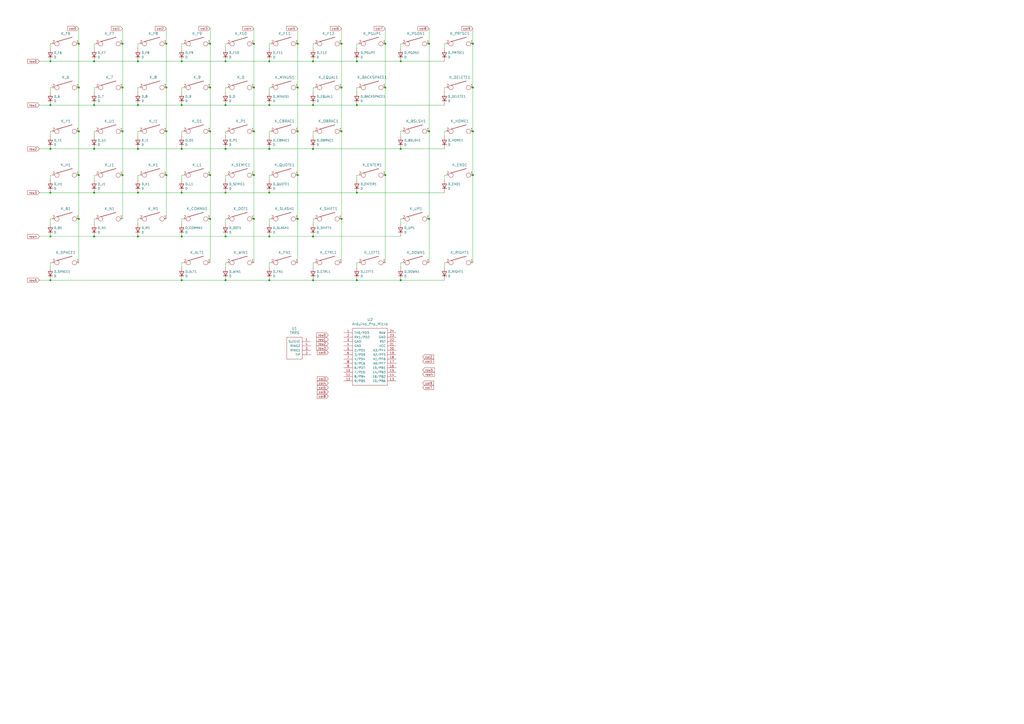
<source format=kicad_sch>
(kicad_sch (version 20230121) (generator eeschema)
  (paper "A2")
  (lib_symbols
    (symbol "Device:D" (pin_numbers hide) (pin_names (offset 1.016) hide)
      (property "Reference" "D" (at 0 2.54 0))
      (property "Value" "D" (at 0 -2.54 0))
      (symbol "D_0_1"
        (polyline (pts (xy -1.27 1.27) (xy -1.27 -1.27)) (stroke (width 0.254)))
        (polyline (pts (xy 1.27 0) (xy -1.27 0)))
        (polyline (pts (xy 1.27 1.27) (xy 1.27 -1.27) (xy -1.27 0) (xy 1.27 1.27)) (stroke (width 0.254)))
      )
      (symbol "D_1_1"
        (pin passive line (at -3.81 0 0) (length 2.54) (name "K") (number "1"))
        (pin passive line (at 3.81 0 180) (length 2.54) (name "A") (number "2"))
      )
    )
    (symbol "ScottoKeebs:MCU_Arduino_Pro_Micro" (pin_names (offset 1.016))
      (property "Reference" "U" (at 0 0 0))
      (property "Value" "Arduino_Pro_Micro" (at 0 -19.05 0))
      (symbol "MCU_Arduino_Pro_Micro_0_1"
        (rectangle (start -10.16 16.51) (end 10.16 -16.51))
      )
      (symbol "MCU_Arduino_Pro_Micro_1_1"
        (pin input line (at -15.24 13.97 0) (length 5.08) (name "TX0/PD3") (number "1"))
        (pin input line (at -15.24 -8.89 0) (length 5.08) (name "7/PE6") (number "10"))
        (pin input line (at -15.24 -11.43 0) (length 5.08) (name "8/PB4") (number "11"))
        (pin input line (at -15.24 -13.97 0) (length 5.08) (name "9/PB5") (number "12"))
        (pin input line (at 15.24 -13.97 180) (length 5.08) (name "10/PB6") (number "13"))
        (pin input line (at 15.24 -11.43 180) (length 5.08) (name "16/PB2") (number "14"))
        (pin input line (at 15.24 -8.89 180) (length 5.08) (name "14/PB3") (number "15"))
        (pin input line (at 15.24 -6.35 180) (length 5.08) (name "15/PB1") (number "16"))
        (pin input line (at 15.24 -3.81 180) (length 5.08) (name "A0/PF7") (number "17"))
        (pin input line (at 15.24 -1.27 180) (length 5.08) (name "A1/PF6") (number "18"))
        (pin input line (at 15.24 1.27 180) (length 5.08) (name "A2/PF5") (number "19"))
        (pin input line (at -15.24 11.43 0) (length 5.08) (name "RX1/PD2") (number "2"))
        (pin input line (at 15.24 3.81 180) (length 5.08) (name "A3/PF4") (number "20"))
        (pin input line (at 15.24 6.35 180) (length 5.08) (name "VCC") (number "21"))
        (pin input line (at 15.24 8.89 180) (length 5.08) (name "RST") (number "22"))
        (pin input line (at 15.24 11.43 180) (length 5.08) (name "GND") (number "23"))
        (pin input line (at 15.24 13.97 180) (length 5.08) (name "RAW") (number "24"))
        (pin input line (at -15.24 8.89 0) (length 5.08) (name "GND") (number "3"))
        (pin input line (at -15.24 6.35 0) (length 5.08) (name "GND") (number "4"))
        (pin input line (at -15.24 3.81 0) (length 5.08) (name "2/PD1") (number "5"))
        (pin input line (at -15.24 1.27 0) (length 5.08) (name "3/PD0") (number "6"))
        (pin input line (at -15.24 -1.27 0) (length 5.08) (name "4/PD4") (number "7"))
        (pin input line (at -15.24 -3.81 0) (length 5.08) (name "5/PC6") (number "8"))
        (pin input line (at -15.24 -6.35 0) (length 5.08) (name "6/PD7") (number "9"))
      )
    )
    (symbol "ScottoKeebs:Placeholder_TRRS" (pin_names (offset 1.016))
      (property "Reference" "U" (at 0 15.24 0))
      (property "Value" "TRRS" (at 0 -2.54 0))
      (symbol "Placeholder_TRRS_0_1"
        (rectangle (start -3.81 0) (end -3.81 12.7))
        (rectangle (start -3.81 0) (end 5.08 0))
        (rectangle (start -3.81 12.7) (end 5.08 12.7))
        (rectangle (start 5.08 12.7) (end 5.08 0))
      )
      (symbol "Placeholder_TRRS_1_1"
        (pin input line (at -8.89 2.54 0) (length 5.08) (name "SLEEVE") (number "1"))
        (pin input line (at -8.89 10.16 0) (length 5.08) (name "TIP") (number "2"))
        (pin input line (at -8.89 7.62 0) (length 5.08) (name "RING1") (number "3"))
        (pin input line (at -8.89 5.08 0) (length 5.08) (name "RING2") (number "4"))
      )
    )
    (symbol "keyboard_parts:KEYSW" (pin_names (offset 1.016))
      (property "Reference" "K?" (at -1.27 0 0))
      (symbol "KEYSW_0_1"
        (circle (center -5.08 0) (radius 1.27))
        (polyline (pts (xy -5.08 1.27) (xy 3.81 3.81)) (stroke (width 0.254)))
        (circle (center 5.08 0) (radius 1.27))
      )
      (symbol "KEYSW_1_1"
        (pin passive line (at 7.62 0 180) (length 1.27) (name "~") (number "1"))
        (pin passive line (at -7.62 0 0) (length 1.27) (name "~") (number "2"))
      )
    )
  )
  (junction (at 96.52 76.2))
  (junction (at 105.41 86.36))
  (junction (at 105.41 35.56))
  (junction (at 96.52 50.8))
  (junction (at 29.21 86.36))
  (junction (at 274.32 101.6))
  (junction (at 232.41 162.56))
  (junction (at 181.61 35.56))
  (junction (at 207.01 111.76))
  (junction (at 248.92 25.4))
  (junction (at 45.72 127))
  (junction (at 45.72 50.8))
  (junction (at 147.32 25.4))
  (junction (at 29.21 111.76))
  (junction (at 147.32 76.2))
  (junction (at 121.92 127))
  (junction (at 71.12 25.4))
  (junction (at 248.92 127))
  (junction (at 156.21 86.36))
  (junction (at 105.41 60.96))
  (junction (at 198.12 127))
  (junction (at 105.41 111.76))
  (junction (at 54.61 35.56))
  (junction (at 274.32 25.4))
  (junction (at 172.72 76.2))
  (junction (at 156.21 111.76))
  (junction (at 223.52 101.6))
  (junction (at 121.92 25.4))
  (junction (at 198.12 25.4))
  (junction (at 54.61 60.96))
  (junction (at 80.01 60.96))
  (junction (at 130.81 35.56))
  (junction (at 181.61 162.56))
  (junction (at 54.61 86.36))
  (junction (at 181.61 137.16))
  (junction (at 232.41 35.56))
  (junction (at 121.92 76.2))
  (junction (at 223.52 25.4))
  (junction (at 54.61 137.16))
  (junction (at 71.12 76.2))
  (junction (at 207.01 60.96))
  (junction (at 172.72 25.4))
  (junction (at 198.12 50.8))
  (junction (at 207.01 35.56))
  (junction (at 80.01 35.56))
  (junction (at 274.32 76.2))
  (junction (at 121.92 50.8))
  (junction (at 105.41 162.56))
  (junction (at 45.72 25.4))
  (junction (at 172.72 50.8))
  (junction (at 29.21 35.56))
  (junction (at 207.01 162.56))
  (junction (at 156.21 60.96))
  (junction (at 71.12 50.8))
  (junction (at 130.81 60.96))
  (junction (at 54.61 111.76))
  (junction (at 274.32 50.8))
  (junction (at 181.61 86.36))
  (junction (at 80.01 137.16))
  (junction (at 29.21 60.96))
  (junction (at 147.32 101.6))
  (junction (at 130.81 111.76))
  (junction (at 80.01 111.76))
  (junction (at 232.41 86.36))
  (junction (at 96.52 25.4))
  (junction (at 130.81 162.56))
  (junction (at 105.41 137.16))
  (junction (at 130.81 137.16))
  (junction (at 45.72 76.2))
  (junction (at 130.81 86.36))
  (junction (at 248.92 76.2))
  (junction (at 80.01 86.36))
  (junction (at 198.12 76.2))
  (junction (at 96.52 101.6))
  (junction (at 156.21 35.56))
  (junction (at 181.61 60.96))
  (junction (at 156.21 162.56))
  (junction (at 172.72 127))
  (junction (at 29.21 137.16))
  (junction (at 147.32 127))
  (junction (at 147.32 50.8))
  (junction (at 172.72 101.6))
  (junction (at 71.12 101.6))
  (junction (at 223.52 50.8))
  (junction (at 29.21 162.56))
  (junction (at 156.21 137.16))
  (junction (at 121.92 101.6))
  (junction (at 45.72 101.6))
  (wire (pts (xy 223.52 16.51) (xy 223.52 25.4)))
  (wire (pts (xy 106.68 152.4) (xy 105.41 152.4)))
  (wire (pts (xy 248.92 127) (xy 248.92 76.2)))
  (wire (pts (xy 29.21 25.4) (xy 29.21 27.94)))
  (wire (pts (xy 232.41 76.2) (xy 232.41 78.74)))
  (wire (pts (xy 80.01 111.76) (xy 105.41 111.76)))
  (wire (pts (xy 45.72 76.2) (xy 45.72 50.8)))
  (wire (pts (xy 54.61 137.16) (xy 80.01 137.16)))
  (wire (pts (xy 257.81 152.4) (xy 257.81 154.94)))
  (wire (pts (xy 29.21 137.16) (xy 54.61 137.16)))
  (wire (pts (xy 54.61 35.56) (xy 80.01 35.56)))
  (wire (pts (xy 105.41 162.56) (xy 130.81 162.56)))
  (wire (pts (xy 22.86 60.96) (xy 29.21 60.96)))
  (wire (pts (xy 232.41 86.36) (xy 257.81 86.36)))
  (wire (pts (xy 54.61 86.36) (xy 80.01 86.36)))
  (wire (pts (xy 80.01 127) (xy 80.01 129.54)))
  (wire (pts (xy 71.12 76.2) (xy 71.12 50.8)))
  (wire (pts (xy 29.21 50.8) (xy 29.21 53.34)))
  (wire (pts (xy 80.01 25.4) (xy 80.01 27.94)))
  (wire (pts (xy 182.88 127) (xy 181.61 127)))
  (wire (pts (xy 181.61 25.4) (xy 181.61 27.94)))
  (wire (pts (xy 132.08 101.6) (xy 130.81 101.6)))
  (wire (pts (xy 105.41 111.76) (xy 130.81 111.76)))
  (wire (pts (xy 259.08 101.6) (xy 257.81 101.6)))
  (wire (pts (xy 55.88 76.2) (xy 54.61 76.2)))
  (wire (pts (xy 172.72 127) (xy 172.72 101.6)))
  (wire (pts (xy 157.48 101.6) (xy 156.21 101.6)))
  (wire (pts (xy 232.41 25.4) (xy 232.41 27.94)))
  (wire (pts (xy 233.68 127) (xy 232.41 127)))
  (wire (pts (xy 198.12 152.4) (xy 198.12 127)))
  (wire (pts (xy 130.81 76.2) (xy 130.81 78.74)))
  (wire (pts (xy 248.92 152.4) (xy 248.92 127)))
  (wire (pts (xy 71.12 50.8) (xy 71.12 25.4)))
  (wire (pts (xy 55.88 50.8) (xy 54.61 50.8)))
  (wire (pts (xy 105.41 76.2) (xy 105.41 78.74)))
  (wire (pts (xy 45.72 152.4) (xy 45.72 127)))
  (wire (pts (xy 96.52 127) (xy 96.52 101.6)))
  (wire (pts (xy 121.92 76.2) (xy 121.92 50.8)))
  (wire (pts (xy 45.72 127) (xy 45.72 101.6)))
  (wire (pts (xy 121.92 16.51) (xy 121.92 25.4)))
  (wire (pts (xy 248.92 76.2) (xy 248.92 25.4)))
  (wire (pts (xy 157.48 127) (xy 156.21 127)))
  (wire (pts (xy 208.28 50.8) (xy 207.01 50.8)))
  (wire (pts (xy 130.81 127) (xy 130.81 129.54)))
  (wire (pts (xy 172.72 152.4) (xy 172.72 127)))
  (wire (pts (xy 156.21 101.6) (xy 156.21 104.14)))
  (wire (pts (xy 248.92 16.51) (xy 248.92 25.4)))
  (wire (pts (xy 223.52 152.4) (xy 223.52 101.6)))
  (wire (pts (xy 29.21 152.4) (xy 29.21 154.94)))
  (wire (pts (xy 45.72 101.6) (xy 45.72 76.2)))
  (wire (pts (xy 81.28 127) (xy 80.01 127)))
  (wire (pts (xy 233.68 152.4) (xy 232.41 152.4)))
  (wire (pts (xy 198.12 76.2) (xy 198.12 50.8)))
  (wire (pts (xy 81.28 101.6) (xy 80.01 101.6)))
  (wire (pts (xy 223.52 101.6) (xy 223.52 50.8)))
  (wire (pts (xy 147.32 16.51) (xy 147.32 25.4)))
  (wire (pts (xy 30.48 152.4) (xy 29.21 152.4)))
  (wire (pts (xy 45.72 16.51) (xy 45.72 25.4)))
  (wire (pts (xy 80.01 35.56) (xy 105.41 35.56)))
  (wire (pts (xy 181.61 152.4) (xy 181.61 154.94)))
  (wire (pts (xy 106.68 50.8) (xy 105.41 50.8)))
  (wire (pts (xy 207.01 101.6) (xy 207.01 104.14)))
  (wire (pts (xy 29.21 162.56) (xy 105.41 162.56)))
  (wire (pts (xy 181.61 35.56) (xy 207.01 35.56)))
  (wire (pts (xy 130.81 60.96) (xy 156.21 60.96)))
  (wire (pts (xy 29.21 60.96) (xy 54.61 60.96)))
  (wire (pts (xy 232.41 127) (xy 232.41 129.54)))
  (wire (pts (xy 198.12 50.8) (xy 198.12 25.4)))
  (wire (pts (xy 274.32 152.4) (xy 274.32 101.6)))
  (wire (pts (xy 132.08 25.4) (xy 130.81 25.4)))
  (wire (pts (xy 71.12 16.51) (xy 71.12 25.4)))
  (wire (pts (xy 182.88 76.2) (xy 181.61 76.2)))
  (wire (pts (xy 80.01 137.16) (xy 105.41 137.16)))
  (wire (pts (xy 207.01 162.56) (xy 232.41 162.56)))
  (wire (pts (xy 182.88 152.4) (xy 181.61 152.4)))
  (wire (pts (xy 105.41 137.16) (xy 130.81 137.16)))
  (wire (pts (xy 257.81 50.8) (xy 257.81 53.34)))
  (wire (pts (xy 207.01 152.4) (xy 207.01 154.94)))
  (wire (pts (xy 147.32 127) (xy 147.32 101.6)))
  (wire (pts (xy 106.68 101.6) (xy 105.41 101.6)))
  (wire (pts (xy 274.32 16.51) (xy 274.32 25.4)))
  (wire (pts (xy 30.48 25.4) (xy 29.21 25.4)))
  (wire (pts (xy 105.41 50.8) (xy 105.41 53.34)))
  (wire (pts (xy 130.81 50.8) (xy 130.81 53.34)))
  (wire (pts (xy 232.41 35.56) (xy 257.81 35.56)))
  (wire (pts (xy 106.68 76.2) (xy 105.41 76.2)))
  (wire (pts (xy 259.08 76.2) (xy 257.81 76.2)))
  (wire (pts (xy 132.08 76.2) (xy 130.81 76.2)))
  (wire (pts (xy 106.68 25.4) (xy 105.41 25.4)))
  (wire (pts (xy 105.41 86.36) (xy 130.81 86.36)))
  (wire (pts (xy 96.52 101.6) (xy 96.52 76.2)))
  (wire (pts (xy 157.48 50.8) (xy 156.21 50.8)))
  (wire (pts (xy 233.68 25.4) (xy 232.41 25.4)))
  (wire (pts (xy 259.08 50.8) (xy 257.81 50.8)))
  (wire (pts (xy 259.08 152.4) (xy 257.81 152.4)))
  (wire (pts (xy 105.41 101.6) (xy 105.41 104.14)))
  (wire (pts (xy 105.41 127) (xy 105.41 129.54)))
  (wire (pts (xy 223.52 50.8) (xy 223.52 25.4)))
  (wire (pts (xy 130.81 86.36) (xy 156.21 86.36)))
  (wire (pts (xy 156.21 152.4) (xy 156.21 154.94)))
  (wire (pts (xy 147.32 101.6) (xy 147.32 76.2)))
  (wire (pts (xy 156.21 50.8) (xy 156.21 53.34)))
  (wire (pts (xy 96.52 76.2) (xy 96.52 50.8)))
  (wire (pts (xy 198.12 16.51) (xy 198.12 25.4)))
  (wire (pts (xy 81.28 25.4) (xy 80.01 25.4)))
  (wire (pts (xy 208.28 25.4) (xy 207.01 25.4)))
  (wire (pts (xy 156.21 127) (xy 156.21 129.54)))
  (wire (pts (xy 172.72 50.8) (xy 172.72 25.4)))
  (wire (pts (xy 181.61 162.56) (xy 207.01 162.56)))
  (wire (pts (xy 156.21 76.2) (xy 156.21 78.74)))
  (wire (pts (xy 105.41 152.4) (xy 105.41 154.94)))
  (wire (pts (xy 157.48 152.4) (xy 156.21 152.4)))
  (wire (pts (xy 22.86 86.36) (xy 29.21 86.36)))
  (wire (pts (xy 105.41 25.4) (xy 105.41 27.94)))
  (wire (pts (xy 54.61 60.96) (xy 80.01 60.96)))
  (wire (pts (xy 45.72 50.8) (xy 45.72 25.4)))
  (wire (pts (xy 96.52 16.51) (xy 96.52 25.4)))
  (wire (pts (xy 257.81 76.2) (xy 257.81 78.74)))
  (wire (pts (xy 54.61 111.76) (xy 80.01 111.76)))
  (wire (pts (xy 80.01 76.2) (xy 80.01 78.74)))
  (wire (pts (xy 207.01 35.56) (xy 232.41 35.56)))
  (wire (pts (xy 157.48 25.4) (xy 156.21 25.4)))
  (wire (pts (xy 71.12 101.6) (xy 71.12 76.2)))
  (wire (pts (xy 181.61 60.96) (xy 207.01 60.96)))
  (wire (pts (xy 55.88 127) (xy 54.61 127)))
  (wire (pts (xy 182.88 50.8) (xy 181.61 50.8)))
  (wire (pts (xy 181.61 86.36) (xy 232.41 86.36)))
  (wire (pts (xy 233.68 76.2) (xy 232.41 76.2)))
  (wire (pts (xy 274.32 76.2) (xy 274.32 50.8)))
  (wire (pts (xy 232.41 162.56) (xy 257.81 162.56)))
  (wire (pts (xy 80.01 50.8) (xy 80.01 53.34)))
  (wire (pts (xy 54.61 127) (xy 54.61 129.54)))
  (wire (pts (xy 80.01 101.6) (xy 80.01 104.14)))
  (wire (pts (xy 172.72 76.2) (xy 172.72 50.8)))
  (wire (pts (xy 29.21 101.6) (xy 29.21 104.14)))
  (wire (pts (xy 130.81 162.56) (xy 156.21 162.56)))
  (wire (pts (xy 259.08 25.4) (xy 257.81 25.4)))
  (wire (pts (xy 156.21 60.96) (xy 181.61 60.96)))
  (wire (pts (xy 29.21 86.36) (xy 54.61 86.36)))
  (wire (pts (xy 30.48 101.6) (xy 29.21 101.6)))
  (wire (pts (xy 22.86 162.56) (xy 29.21 162.56)))
  (wire (pts (xy 207.01 50.8) (xy 207.01 53.34)))
  (wire (pts (xy 156.21 111.76) (xy 207.01 111.76)))
  (wire (pts (xy 22.86 111.76) (xy 29.21 111.76)))
  (wire (pts (xy 132.08 50.8) (xy 130.81 50.8)))
  (wire (pts (xy 96.52 50.8) (xy 96.52 25.4)))
  (wire (pts (xy 182.88 25.4) (xy 181.61 25.4)))
  (wire (pts (xy 147.32 76.2) (xy 147.32 50.8)))
  (wire (pts (xy 81.28 50.8) (xy 80.01 50.8)))
  (wire (pts (xy 105.41 35.56) (xy 130.81 35.56)))
  (wire (pts (xy 106.68 127) (xy 105.41 127)))
  (wire (pts (xy 257.81 25.4) (xy 257.81 27.94)))
  (wire (pts (xy 181.61 50.8) (xy 181.61 53.34)))
  (wire (pts (xy 274.32 50.8) (xy 274.32 25.4)))
  (wire (pts (xy 232.41 152.4) (xy 232.41 154.94)))
  (wire (pts (xy 274.32 101.6) (xy 274.32 76.2)))
  (wire (pts (xy 29.21 127) (xy 29.21 129.54)))
  (wire (pts (xy 172.72 101.6) (xy 172.72 76.2)))
  (wire (pts (xy 121.92 127) (xy 121.92 101.6)))
  (wire (pts (xy 55.88 101.6) (xy 54.61 101.6)))
  (wire (pts (xy 55.88 25.4) (xy 54.61 25.4)))
  (wire (pts (xy 132.08 152.4) (xy 130.81 152.4)))
  (wire (pts (xy 22.86 137.16) (xy 29.21 137.16)))
  (wire (pts (xy 181.61 76.2) (xy 181.61 78.74)))
  (wire (pts (xy 30.48 76.2) (xy 29.21 76.2)))
  (wire (pts (xy 207.01 60.96) (xy 257.81 60.96)))
  (wire (pts (xy 80.01 86.36) (xy 105.41 86.36)))
  (wire (pts (xy 54.61 50.8) (xy 54.61 53.34)))
  (wire (pts (xy 156.21 137.16) (xy 181.61 137.16)))
  (wire (pts (xy 130.81 137.16) (xy 156.21 137.16)))
  (wire (pts (xy 121.92 101.6) (xy 121.92 76.2)))
  (wire (pts (xy 257.81 101.6) (xy 257.81 104.14)))
  (wire (pts (xy 130.81 35.56) (xy 156.21 35.56)))
  (wire (pts (xy 54.61 101.6) (xy 54.61 104.14)))
  (wire (pts (xy 132.08 127) (xy 130.81 127)))
  (wire (pts (xy 207.01 25.4) (xy 207.01 27.94)))
  (wire (pts (xy 121.92 50.8) (xy 121.92 25.4)))
  (wire (pts (xy 157.48 76.2) (xy 156.21 76.2)))
  (wire (pts (xy 156.21 25.4) (xy 156.21 27.94)))
  (wire (pts (xy 54.61 76.2) (xy 54.61 78.74)))
  (wire (pts (xy 105.41 60.96) (xy 130.81 60.96)))
  (wire (pts (xy 208.28 101.6) (xy 207.01 101.6)))
  (wire (pts (xy 54.61 25.4) (xy 54.61 27.94)))
  (wire (pts (xy 121.92 152.4) (xy 121.92 127)))
  (wire (pts (xy 130.81 152.4) (xy 130.81 154.94)))
  (wire (pts (xy 147.32 152.4) (xy 147.32 127)))
  (wire (pts (xy 207.01 111.76) (xy 257.81 111.76)))
  (wire (pts (xy 156.21 35.56) (xy 181.61 35.56)))
  (wire (pts (xy 29.21 76.2) (xy 29.21 78.74)))
  (wire (pts (xy 130.81 101.6) (xy 130.81 104.14)))
  (wire (pts (xy 181.61 137.16) (xy 232.41 137.16)))
  (wire (pts (xy 156.21 162.56) (xy 181.61 162.56)))
  (wire (pts (xy 30.48 50.8) (xy 29.21 50.8)))
  (wire (pts (xy 172.72 16.51) (xy 172.72 25.4)))
  (wire (pts (xy 30.48 127) (xy 29.21 127)))
  (wire (pts (xy 198.12 127) (xy 198.12 76.2)))
  (wire (pts (xy 208.28 152.4) (xy 207.01 152.4)))
  (wire (pts (xy 80.01 60.96) (xy 105.41 60.96)))
  (wire (pts (xy 147.32 50.8) (xy 147.32 25.4)))
  (wire (pts (xy 71.12 127) (xy 71.12 101.6)))
  (wire (pts (xy 81.28 76.2) (xy 80.01 76.2)))
  (wire (pts (xy 181.61 127) (xy 181.61 129.54)))
  (wire (pts (xy 29.21 35.56) (xy 54.61 35.56)))
  (wire (pts (xy 22.86 35.56) (xy 29.21 35.56)))
  (wire (pts (xy 130.81 25.4) (xy 130.81 27.94)))
  (wire (pts (xy 29.21 111.76) (xy 54.61 111.76)))
  (wire (pts (xy 156.21 86.36) (xy 181.61 86.36)))
  (wire (pts (xy 130.81 111.76) (xy 156.21 111.76)))
  (global_label "col2" (shape input) (at 96.52 16.51 180) (property "Intersheetrefs" "${INTERSHEET_REFS}" (effects hide)))
  (global_label "col5" (shape input) (at 172.72 16.51 180) (property "Intersheetrefs" "${INTERSHEET_REFS}" (effects hide)))
  (global_label "col5" (shape input) (at 190.5 224.79 180) (property "Intersheetrefs" "${INTERSHEET_REFS}" (effects hide)))
  (global_label "row2" (shape input) (at 22.86 86.36 180) (property "Intersheetrefs" "${INTERSHEET_REFS}" (effects hide)))
  (global_label "col6" (shape input) (at 190.5 227.33 180) (property "Intersheetrefs" "${INTERSHEET_REFS}" (effects hide)))
  (global_label "row5" (shape input) (at 22.86 162.56 180) (property "Intersheetrefs" "${INTERSHEET_REFS}" (effects hide)))
  (global_label "col8" (shape input) (at 248.92 16.51 180) (property "Intersheetrefs" "${INTERSHEET_REFS}" (effects hide)))
  (global_label "col8" (shape input) (at 190.5 229.87 180) (property "Intersheetrefs" "${INTERSHEET_REFS}" (effects hide)))
  (global_label "col2" (shape input) (at 245.11 207.01 0) (property "Intersheetrefs" "${INTERSHEET_REFS}" (effects hide)))
  (global_label "col9" (shape input) (at 245.11 222.25 0) (property "Intersheetrefs" "${INTERSHEET_REFS}" (effects hide)))
  (global_label "col7" (shape input) (at 245.11 224.79 0) (property "Intersheetrefs" "${INTERSHEET_REFS}" (effects hide)))
  (global_label "col1" (shape input) (at 71.12 16.51 180) (property "Intersheetrefs" "${INTERSHEET_REFS}" (effects hide)))
  (global_label "row0" (shape input) (at 22.86 35.56 180) (property "Intersheetrefs" "${INTERSHEET_REFS}" (effects hide)))
  (global_label "col0" (shape input) (at 45.72 16.51 180) (property "Intersheetrefs" "${INTERSHEET_REFS}" (effects hide)))
  (global_label "col6" (shape input) (at 198.12 16.51 180) (property "Intersheetrefs" "${INTERSHEET_REFS}" (effects hide)))
  (global_label "row0" (shape input) (at 190.5 194.31 180) (property "Intersheetrefs" "${INTERSHEET_REFS}" (effects hide)))
  (global_label "row3" (shape input) (at 190.5 201.93 180) (property "Intersheetrefs" "${INTERSHEET_REFS}" (effects hide)))
  (global_label "col7" (shape input) (at 223.52 16.51 180) (property "Intersheetrefs" "${INTERSHEET_REFS}" (effects hide)))
  (global_label "row1" (shape input) (at 190.5 196.85 180) (property "Intersheetrefs" "${INTERSHEET_REFS}" (effects hide)))
  (global_label "col4" (shape input) (at 147.32 16.51 180) (property "Intersheetrefs" "${INTERSHEET_REFS}" (effects hide)))
  (global_label "col0" (shape input) (at 190.5 204.47 180) (property "Intersheetrefs" "${INTERSHEET_REFS}" (effects hide)))
  (global_label "row4" (shape input) (at 245.11 217.17 0) (property "Intersheetrefs" "${INTERSHEET_REFS}" (effects hide)))
  (global_label "row3" (shape input) (at 22.86 111.76 180) (property "Intersheetrefs" "${INTERSHEET_REFS}" (effects hide)))
  (global_label "col4" (shape input) (at 190.5 222.25 180) (property "Intersheetrefs" "${INTERSHEET_REFS}" (effects hide)))
  (global_label "col3" (shape input) (at 190.5 219.71 180) (property "Intersheetrefs" "${INTERSHEET_REFS}" (effects hide)))
  (global_label "col9" (shape input) (at 274.32 16.51 180) (property "Intersheetrefs" "${INTERSHEET_REFS}" (effects hide)))
  (global_label "row4" (shape input) (at 22.86 137.16 180) (property "Intersheetrefs" "${INTERSHEET_REFS}" (effects hide)))
  (global_label "col3" (shape input) (at 121.92 16.51 180) (property "Intersheetrefs" "${INTERSHEET_REFS}" (effects hide)))
  (global_label "row1" (shape input) (at 22.86 60.96 180) (property "Intersheetrefs" "${INTERSHEET_REFS}" (effects hide)))
  (global_label "row5" (shape input) (at 245.11 214.63 0) (property "Intersheetrefs" "${INTERSHEET_REFS}" (effects hide)))
  (global_label "col1" (shape input) (at 245.11 209.55 0) (property "Intersheetrefs" "${INTERSHEET_REFS}" (effects hide)))
  (global_label "row2" (shape input) (at 190.5 199.39 180) (property "Intersheetrefs" "${INTERSHEET_REFS}" (effects hide)))
  (symbol (lib_id "Device:D") (at 105.41 158.75 90) (unit 1)
    (property "Reference" "D_ALT1" (at 107.4166 157.5816 90) (effects (justify right)))
    (property "Value" "D" (at 107.4166 160.147 90) (effects (justify right)))
    (property "Footprint" "keyboard_parts:D_SOD123_axial" (effects hide))
  )
  (symbol (lib_id "keyboard_parts:KEYSW") (at 266.7 152.4 0) (unit 1)
    (property "Reference" "K_RIGHT1" (at 266.7 146.4818 0) (effects (font (size 1.524 1.524))))
    (property "Value" "KEYSW" (effects hide))
    (property "Footprint" "MX_Alps_Hybrid_3:MXOnly-1U-Hotswap" (effects hide))
  )
  (symbol (lib_id "keyboard_parts:KEYSW") (at 38.1 152.4 0) (unit 1)
    (property "Reference" "K_SPACE1" (at 38.1 146.4818 0) (effects (font (size 1.524 1.524))))
    (property "Value" "KEYSW" (effects hide))
    (property "Footprint" "MX_Alps_Hybrid_3:MXOnly-2.25U-Hotswap" (effects hide))
  )
  (symbol (lib_id "keyboard_parts:KEYSW") (at 190.5 25.4 0) (unit 1)
    (property "Reference" "K_F12" (at 190.5 19.4818 0) (effects (font (size 1.524 1.524))))
    (property "Value" "KEYSW" (effects hide))
    (property "Footprint" "MX_Alps_Hybrid_3:MXOnly-1U-Hotswap" (effects hide))
  )
  (symbol (lib_id "Device:D") (at 232.41 31.75 90) (unit 1)
    (property "Reference" "D_PGDN1" (at 234.4166 30.5816 90) (effects (justify right)))
    (property "Value" "D" (at 234.4166 33.147 90) (effects (justify right)))
    (property "Footprint" "keyboard_parts:D_SOD123_axial" (effects hide))
  )
  (symbol (lib_id "Device:D") (at 80.01 133.35 90) (unit 1)
    (property "Reference" "D_M1" (at 82.0166 132.1816 90) (effects (justify right)))
    (property "Value" "D" (at 82.0166 134.747 90) (effects (justify right)))
    (property "Footprint" "keyboard_parts:D_SOD123_axial" (effects hide))
  )
  (symbol (lib_id "keyboard_parts:KEYSW") (at 88.9 25.4 0) (unit 1)
    (property "Reference" "K_F8" (at 88.9 19.4818 0) (effects (font (size 1.524 1.524))))
    (property "Value" "KEYSW" (effects hide))
    (property "Footprint" "MX_Alps_Hybrid_3:MXOnly-1U-Hotswap" (effects hide))
  )
  (symbol (lib_id "keyboard_parts:KEYSW") (at 38.1 101.6 0) (unit 1)
    (property "Reference" "K_H1" (at 38.1 95.6818 0) (effects (font (size 1.524 1.524))))
    (property "Value" "KEYSW" (effects hide))
    (property "Footprint" "MX_Alps_Hybrid_3:MXOnly-1U-Hotswap" (effects hide))
  )
  (symbol (lib_id "keyboard_parts:KEYSW") (at 38.1 76.2 0) (unit 1)
    (property "Reference" "K_Y1" (at 38.1 70.2818 0) (effects (font (size 1.524 1.524))))
    (property "Value" "KEYSW" (effects hide))
    (property "Footprint" "MX_Alps_Hybrid_3:MXOnly-1U-Hotswap" (effects hide))
  )
  (symbol (lib_id "Device:D") (at 54.61 31.75 90) (unit 1)
    (property "Reference" "D_F7" (at 56.6166 30.5816 90) (effects (justify right)))
    (property "Value" "D" (at 56.6166 33.147 90) (effects (justify right)))
    (property "Footprint" "keyboard_parts:D_SOD123_axial" (effects hide))
  )
  (symbol (lib_id "keyboard_parts:KEYSW") (at 190.5 76.2 0) (unit 1)
    (property "Reference" "K_OBRAC1" (at 190.5 70.2818 0) (effects (font (size 1.524 1.524))))
    (property "Value" "KEYSW" (effects hide))
    (property "Footprint" "MX_Alps_Hybrid_3:MXOnly-1U-Hotswap" (effects hide))
  )
  (symbol (lib_id "Device:D") (at 207.01 57.15 90) (unit 1)
    (property "Reference" "D_BACKSPACE1" (at 209.0166 55.9816 90) (effects (justify right)))
    (property "Value" "D" (at 209.0166 58.547 90) (effects (justify right)))
    (property "Footprint" "keyboard_parts:D_SOD123_axial" (effects hide))
  )
  (symbol (lib_id "Device:D") (at 105.41 82.55 90) (unit 1)
    (property "Reference" "D_O1" (at 107.4166 81.3816 90) (effects (justify right)))
    (property "Value" "D" (at 107.4166 83.947 90) (effects (justify right)))
    (property "Footprint" "keyboard_parts:D_SOD123_axial" (effects hide))
  )
  (symbol (lib_id "Device:D") (at 80.01 107.95 90) (unit 1)
    (property "Reference" "D_K1" (at 82.0166 106.7816 90) (effects (justify right)))
    (property "Value" "D" (at 82.0166 109.347 90) (effects (justify right)))
    (property "Footprint" "keyboard_parts:D_SOD123_axial" (effects hide))
  )
  (symbol (lib_id "keyboard_parts:KEYSW") (at 241.3 127 0) (unit 1)
    (property "Reference" "K_UP1" (at 241.3 121.0818 0) (effects (font (size 1.524 1.524))))
    (property "Value" "KEYSW" (effects hide))
    (property "Footprint" "MX_Alps_Hybrid_3:MXOnly-1U-Hotswap" (effects hide))
  )
  (symbol (lib_id "keyboard_parts:KEYSW") (at 63.5 25.4 0) (unit 1)
    (property "Reference" "K_F7" (at 63.5 19.4818 0) (effects (font (size 1.524 1.524))))
    (property "Value" "KEYSW" (effects hide))
    (property "Footprint" "MX_Alps_Hybrid_3:MXOnly-1U-Hotswap" (effects hide))
  )
  (symbol (lib_id "Device:D") (at 181.61 31.75 90) (unit 1)
    (property "Reference" "D_F12" (at 183.6166 30.5816 90) (effects (justify right)))
    (property "Value" "D" (at 183.6166 33.147 90) (effects (justify right)))
    (property "Footprint" "keyboard_parts:D_SOD123_axial" (effects hide))
  )
  (symbol (lib_id "keyboard_parts:KEYSW") (at 38.1 50.8 0) (unit 1)
    (property "Reference" "K_6" (at 38.1 44.8818 0) (effects (font (size 1.524 1.524))))
    (property "Value" "KEYSW" (effects hide))
    (property "Footprint" "MX_Alps_Hybrid_3:MXOnly-1U-Hotswap" (effects hide))
  )
  (symbol (lib_id "keyboard_parts:KEYSW") (at 241.3 76.2 0) (unit 1)
    (property "Reference" "K_BSLSH1" (at 241.3 70.2818 0) (effects (font (size 1.524 1.524))))
    (property "Value" "KEYSW" (effects hide))
    (property "Footprint" "MX_Alps_Hybrid_3:MXOnly-1.5U-Hotswap" (effects hide))
  )
  (symbol (lib_id "Device:D") (at 156.21 31.75 90) (unit 1)
    (property "Reference" "D_F11" (at 158.2166 30.5816 90) (effects (justify right)))
    (property "Value" "D" (at 158.2166 33.147 90) (effects (justify right)))
    (property "Footprint" "keyboard_parts:D_SOD123_axial" (effects hide))
  )
  (symbol (lib_id "keyboard_parts:KEYSW") (at 165.1 25.4 0) (unit 1)
    (property "Reference" "K_F11" (at 165.1 19.4818 0) (effects (font (size 1.524 1.524))))
    (property "Value" "KEYSW" (effects hide))
    (property "Footprint" "MX_Alps_Hybrid_3:MXOnly-1U-Hotswap" (effects hide))
  )
  (symbol (lib_id "keyboard_parts:KEYSW") (at 165.1 127 0) (unit 1)
    (property "Reference" "K_SLASH1" (at 165.1 121.0818 0) (effects (font (size 1.524 1.524))))
    (property "Value" "KEYSW" (effects hide))
    (property "Footprint" "MX_Alps_Hybrid_3:MXOnly-1U-Hotswap" (effects hide))
  )
  (symbol (lib_id "Device:D") (at 130.81 82.55 90) (unit 1)
    (property "Reference" "D_P1" (at 132.8166 81.3816 90) (effects (justify right)))
    (property "Value" "D" (at 132.8166 83.947 90) (effects (justify right)))
    (property "Footprint" "keyboard_parts:D_SOD123_axial" (effects hide))
  )
  (symbol (lib_id "keyboard_parts:KEYSW") (at 241.3 152.4 0) (unit 1)
    (property "Reference" "K_DOWN1" (at 241.3 146.4818 0) (effects (font (size 1.524 1.524))))
    (property "Value" "KEYSW" (effects hide))
    (property "Footprint" "MX_Alps_Hybrid_3:MXOnly-1U-Hotswap" (effects hide))
  )
  (symbol (lib_id "ScottoKeebs:MCU_Arduino_Pro_Micro") (at 214.63 207.01 0) (unit 1)
    (property "Reference" "U2" (at 214.63 185.42 0) (effects (font (size 1.524 1.524))))
    (property "Value" "Arduino_Pro_Micro" (at 214.63 187.96 0) (effects (font (size 1.524 1.524))))
    (property "Footprint" "ScottoKeebs_MCU:Arduino_Pro_Micro" (effects hide))
  )
  (symbol (lib_id "Device:D") (at 232.41 82.55 90) (unit 1)
    (property "Reference" "D_BSLSH1" (at 234.4166 81.3816 90) (effects (justify right)))
    (property "Value" "D" (at 234.4166 83.947 90) (effects (justify right)))
    (property "Footprint" "keyboard_parts:D_SOD123_axial" (effects hide))
  )
  (symbol (lib_id "keyboard_parts:KEYSW") (at 139.7 50.8 0) (unit 1)
    (property "Reference" "K_0" (at 139.7 44.8818 0) (effects (font (size 1.524 1.524))))
    (property "Value" "KEYSW" (effects hide))
    (property "Footprint" "MX_Alps_Hybrid_3:MXOnly-1U-Hotswap" (effects hide))
  )
  (symbol (lib_id "Device:D") (at 105.41 57.15 90) (unit 1)
    (property "Reference" "D_9" (at 107.4166 55.9816 90) (effects (justify right)))
    (property "Value" "D" (at 107.4166 58.547 90) (effects (justify right)))
    (property "Footprint" "keyboard_parts:D_SOD123_axial" (effects hide))
  )
  (symbol (lib_id "keyboard_parts:KEYSW") (at 165.1 101.6 0) (unit 1)
    (property "Reference" "K_QUOTE1" (at 165.1 95.6818 0) (effects (font (size 1.524 1.524))))
    (property "Value" "KEYSW" (effects hide))
    (property "Footprint" "MX_Alps_Hybrid_3:MXOnly-1U-Hotswap" (effects hide))
  )
  (symbol (lib_id "keyboard_parts:KEYSW") (at 88.9 50.8 0) (unit 1)
    (property "Reference" "K_8" (at 88.9 44.8818 0) (effects (font (size 1.524 1.524))))
    (property "Value" "KEYSW" (effects hide))
    (property "Footprint" "MX_Alps_Hybrid_3:MXOnly-1U-Hotswap" (effects hide))
  )
  (symbol (lib_id "keyboard_parts:KEYSW") (at 165.1 152.4 0) (unit 1)
    (property "Reference" "K_FN1" (at 165.1 146.4818 0) (effects (font (size 1.524 1.524))))
    (property "Value" "KEYSW" (effects hide))
    (property "Footprint" "MX_Alps_Hybrid_3:MXOnly-1U-Hotswap" (effects hide))
  )
  (symbol (lib_id "keyboard_parts:KEYSW") (at 114.3 127 0) (unit 1)
    (property "Reference" "K_COMMA1" (at 114.3 121.0818 0) (effects (font (size 1.524 1.524))))
    (property "Value" "KEYSW" (effects hide))
    (property "Footprint" "MX_Alps_Hybrid_3:MXOnly-1U-Hotswap" (effects hide))
  )
  (symbol (lib_id "keyboard_parts:KEYSW") (at 266.7 101.6 0) (unit 1)
    (property "Reference" "K_END1" (at 266.7 95.6818 0) (effects (font (size 1.524 1.524))))
    (property "Value" "KEYSW" (effects hide))
    (property "Footprint" "MX_Alps_Hybrid_3:MXOnly-1U-Hotswap" (effects hide))
  )
  (symbol (lib_id "Device:D") (at 29.21 158.75 90) (unit 1)
    (property "Reference" "D_SPACE1" (at 31.2166 157.5816 90) (effects (justify right)))
    (property "Value" "D" (at 31.2166 160.147 90) (effects (justify right)))
    (property "Footprint" "keyboard_parts:D_SOD123_axial" (effects hide))
  )
  (symbol (lib_id "Device:D") (at 156.21 82.55 90) (unit 1)
    (property "Reference" "D_CBRAC1" (at 158.2166 81.3816 90) (effects (justify right)))
    (property "Value" "D" (at 158.2166 83.947 90) (effects (justify right)))
    (property "Footprint" "keyboard_parts:D_SOD123_axial" (effects hide))
  )
  (symbol (lib_id "keyboard_parts:KEYSW") (at 266.7 25.4 0) (unit 1)
    (property "Reference" "K_PRTSC1" (at 266.7 19.4818 0) (effects (font (size 1.524 1.524))))
    (property "Value" "KEYSW" (effects hide))
    (property "Footprint" "MX_Alps_Hybrid_3:MXOnly-1U-Hotswap" (effects hide))
  )
  (symbol (lib_id "keyboard_parts:KEYSW") (at 139.7 101.6 0) (unit 1)
    (property "Reference" "K_SEMIC1" (at 139.7 95.6818 0) (effects (font (size 1.524 1.524))))
    (property "Value" "KEYSW" (effects hide))
    (property "Footprint" "MX_Alps_Hybrid_3:MXOnly-1U-Hotswap" (effects hide))
  )
  (symbol (lib_id "keyboard_parts:KEYSW") (at 114.3 25.4 0) (unit 1)
    (property "Reference" "K_F9" (at 114.3 19.4818 0) (effects (font (size 1.524 1.524))))
    (property "Value" "KEYSW" (effects hide))
    (property "Footprint" "MX_Alps_Hybrid_3:MXOnly-1U-Hotswap" (effects hide))
  )
  (symbol (lib_id "Device:D") (at 130.81 107.95 90) (unit 1)
    (property "Reference" "D_SEMIC1" (at 132.8166 106.7816 90) (effects (justify right)))
    (property "Value" "D" (at 132.8166 109.347 90) (effects (justify right)))
    (property "Footprint" "keyboard_parts:D_SOD123_axial" (effects hide))
  )
  (symbol (lib_id "Device:D") (at 207.01 31.75 90) (unit 1)
    (property "Reference" "D_PGUP1" (at 209.0166 30.5816 90) (effects (justify right)))
    (property "Value" "D" (at 209.0166 33.147 90) (effects (justify right)))
    (property "Footprint" "keyboard_parts:D_SOD123_axial" (effects hide))
  )
  (symbol (lib_id "keyboard_parts:KEYSW") (at 114.3 152.4 0) (unit 1)
    (property "Reference" "K_ALT1" (at 114.3 146.4818 0) (effects (font (size 1.524 1.524))))
    (property "Value" "KEYSW" (effects hide))
    (property "Footprint" "MX_Alps_Hybrid_3:MXOnly-1U-Hotswap" (effects hide))
  )
  (symbol (lib_id "Device:D") (at 105.41 133.35 90) (unit 1)
    (property "Reference" "D_COMMA1" (at 107.4166 132.1816 90) (effects (justify right)))
    (property "Value" "D" (at 107.4166 134.747 90) (effects (justify right)))
    (property "Footprint" "keyboard_parts:D_SOD123_axial" (effects hide))
  )
  (symbol (lib_id "keyboard_parts:KEYSW") (at 215.9 25.4 0) (unit 1)
    (property "Reference" "K_PGUP1" (at 215.9 19.4818 0) (effects (font (size 1.524 1.524))))
    (property "Value" "KEYSW" (effects hide))
    (property "Footprint" "MX_Alps_Hybrid_3:MXOnly-1U-Hotswap" (effects hide))
  )
  (symbol (lib_id "Device:D") (at 54.61 133.35 90) (unit 1)
    (property "Reference" "D_N1" (at 56.6166 132.1816 90) (effects (justify right)))
    (property "Value" "D" (at 56.6166 134.747 90) (effects (justify right)))
    (property "Footprint" "keyboard_parts:D_SOD123_axial" (effects hide))
  )
  (symbol (lib_id "keyboard_parts:KEYSW") (at 63.5 76.2 0) (unit 1)
    (property "Reference" "K_U1" (at 63.5 70.2818 0) (effects (font (size 1.524 1.524))))
    (property "Value" "KEYSW" (effects hide))
    (property "Footprint" "MX_Alps_Hybrid_3:MXOnly-1U-Hotswap" (effects hide))
  )
  (symbol (lib_id "Device:D") (at 156.21 57.15 90) (unit 1)
    (property "Reference" "D_MINUS1" (at 158.2166 55.9816 90) (effects (justify right)))
    (property "Value" "D" (at 158.2166 58.547 90) (effects (justify right)))
    (property "Footprint" "keyboard_parts:D_SOD123_axial" (effects hide))
  )
  (symbol (lib_id "ScottoKeebs:Placeholder_TRRS") (at 171.45 195.58 180) (unit 1)
    (property "Reference" "U1" (at 170.815 190.5 0) (effects (font (size 1.524 1.524))))
    (property "Value" "TRRS" (at 170.815 193.04 0) (effects (font (size 1.524 1.524))))
    (property "Footprint" "ScottoKeebs_Components:TRRS_PJ-320A" (effects hide))
  )
  (symbol (lib_id "Device:D") (at 80.01 57.15 90) (unit 1)
    (property "Reference" "D_8" (at 82.0166 55.9816 90) (effects (justify right)))
    (property "Value" "D" (at 82.0166 58.547 90) (effects (justify right)))
    (property "Footprint" "keyboard_parts:D_SOD123_axial" (effects hide))
  )
  (symbol (lib_id "Device:D") (at 130.81 158.75 90) (unit 1)
    (property "Reference" "D_WIN1" (at 132.8166 157.5816 90) (effects (justify right)))
    (property "Value" "D" (at 132.8166 160.147 90) (effects (justify right)))
    (property "Footprint" "keyboard_parts:D_SOD123_axial" (effects hide))
  )
  (symbol (lib_id "keyboard_parts:KEYSW") (at 241.3 25.4 0) (unit 1)
    (property "Reference" "K_PGDN1" (at 241.3 19.4818 0) (effects (font (size 1.524 1.524))))
    (property "Value" "KEYSW" (effects hide))
    (property "Footprint" "MX_Alps_Hybrid_3:MXOnly-1U-Hotswap" (effects hide))
  )
  (symbol (lib_id "Device:D") (at 232.41 133.35 90) (unit 1)
    (property "Reference" "D_UP1" (at 234.4166 132.1816 90) (effects (justify right)))
    (property "Value" "D" (at 234.4166 134.747 90) (effects (justify right)))
    (property "Footprint" "keyboard_parts:D_SOD123_axial" (effects hide))
  )
  (symbol (lib_id "keyboard_parts:KEYSW") (at 215.9 50.8 0) (unit 1)
    (property "Reference" "K_BACKSPACE1" (at 215.9 44.8818 0) (effects (font (size 1.524 1.524))))
    (property "Value" "KEYSW" (effects hide))
    (property "Footprint" "MX_Alps_Hybrid_3:MXOnly-2U-Hotswap" (effects hide))
  )
  (symbol (lib_id "Device:D") (at 105.41 107.95 90) (unit 1)
    (property "Reference" "D_L1" (at 107.4166 106.7816 90) (effects (justify right)))
    (property "Value" "D" (at 107.4166 109.347 90) (effects (justify right)))
    (property "Footprint" "keyboard_parts:D_SOD123_axial" (effects hide))
  )
  (symbol (lib_id "keyboard_parts:KEYSW") (at 38.1 127 0) (unit 1)
    (property "Reference" "K_B1" (at 38.1 121.0818 0) (effects (font (size 1.524 1.524))))
    (property "Value" "KEYSW" (effects hide))
    (property "Footprint" "MX_Alps_Hybrid_3:MXOnly-1U-Hotswap" (effects hide))
  )
  (symbol (lib_id "keyboard_parts:KEYSW") (at 139.7 127 0) (unit 1)
    (property "Reference" "K_DOT1" (at 139.7 121.0818 0) (effects (font (size 1.524 1.524))))
    (property "Value" "KEYSW" (effects hide))
    (property "Footprint" "MX_Alps_Hybrid_3:MXOnly-1U-Hotswap" (effects hide))
  )
  (symbol (lib_id "Device:D") (at 29.21 133.35 90) (unit 1)
    (property "Reference" "D_B1" (at 31.2166 132.1816 90) (effects (justify right)))
    (property "Value" "D" (at 31.2166 134.747 90) (effects (justify right)))
    (property "Footprint" "keyboard_parts:D_SOD123_axial" (effects hide))
  )
  (symbol (lib_id "Device:D") (at 130.81 57.15 90) (unit 1)
    (property "Reference" "D_0" (at 132.8166 55.9816 90) (effects (justify right)))
    (property "Value" "D" (at 132.8166 58.547 90) (effects (justify right)))
    (property "Footprint" "keyboard_parts:D_SOD123_axial" (effects hide))
  )
  (symbol (lib_id "Device:D") (at 257.81 31.75 90) (unit 1)
    (property "Reference" "D_PRTSC1" (at 259.8166 30.5816 90) (effects (justify right)))
    (property "Value" "D" (at 259.8166 33.147 90) (effects (justify right)))
    (property "Footprint" "keyboard_parts:D_SOD123_axial" (effects hide))
  )
  (symbol (lib_id "keyboard_parts:KEYSW") (at 190.5 127 0) (unit 1)
    (property "Reference" "K_SHIFT1" (at 190.5 121.0818 0) (effects (font (size 1.524 1.524))))
    (property "Value" "KEYSW" (effects hide))
    (property "Footprint" "MX_Alps_Hybrid_3:MXOnly-1.75U-Hotswap" (effects hide))
  )
  (symbol (lib_id "Device:D") (at 29.21 107.95 90) (unit 1)
    (property "Reference" "D_H1" (at 31.2166 106.7816 90) (effects (justify right)))
    (property "Value" "D" (at 31.2166 109.347 90) (effects (justify right)))
    (property "Footprint" "keyboard_parts:D_SOD123_axial" (effects hide))
  )
  (symbol (lib_id "keyboard_parts:KEYSW") (at 190.5 50.8 0) (unit 1)
    (property "Reference" "K_EQUAL1" (at 190.5 44.8818 0) (effects (font (size 1.524 1.524))))
    (property "Value" "KEYSW" (effects hide))
    (property "Footprint" "MX_Alps_Hybrid_3:MXOnly-1U-Hotswap" (effects hide))
  )
  (symbol (lib_id "keyboard_parts:KEYSW") (at 266.7 76.2 0) (unit 1)
    (property "Reference" "K_HOME1" (at 266.7 70.2818 0) (effects (font (size 1.524 1.524))))
    (property "Value" "KEYSW" (effects hide))
    (property "Footprint" "MX_Alps_Hybrid_3:MXOnly-1U-Hotswap" (effects hide))
  )
  (symbol (lib_id "Device:D") (at 181.61 82.55 90) (unit 1)
    (property "Reference" "D_OBRAC1" (at 183.6166 81.3816 90) (effects (justify right)))
    (property "Value" "D" (at 183.6166 83.947 90) (effects (justify right)))
    (property "Footprint" "keyboard_parts:D_SOD123_axial" (effects hide))
  )
  (symbol (lib_id "Device:D") (at 54.61 57.15 90) (unit 1)
    (property "Reference" "D_7" (at 56.6166 55.9816 90) (effects (justify right)))
    (property "Value" "D" (at 56.6166 58.547 90) (effects (justify right)))
    (property "Footprint" "keyboard_parts:D_SOD123_axial" (effects hide))
  )
  (symbol (lib_id "Device:D") (at 80.01 31.75 90) (unit 1)
    (property "Reference" "D_F8" (at 82.0166 30.5816 90) (effects (justify right)))
    (property "Value" "D" (at 82.0166 33.147 90) (effects (justify right)))
    (property "Footprint" "keyboard_parts:D_SOD123_axial" (effects hide))
  )
  (symbol (lib_id "keyboard_parts:KEYSW") (at 266.7 50.8 0) (unit 1)
    (property "Reference" "K_DELETE1" (at 266.7 44.8818 0) (effects (font (size 1.524 1.524))))
    (property "Value" "KEYSW" (effects hide))
    (property "Footprint" "MX_Alps_Hybrid_3:MXOnly-1U-Hotswap" (effects hide))
  )
  (symbol (lib_id "keyboard_parts:KEYSW") (at 139.7 25.4 0) (unit 1)
    (property "Reference" "K_F10" (at 139.7 19.4818 0) (effects (font (size 1.524 1.524))))
    (property "Value" "KEYSW" (effects hide))
    (property "Footprint" "MX_Alps_Hybrid_3:MXOnly-1U-Hotswap" (effects hide))
  )
  (symbol (lib_id "Device:D") (at 29.21 31.75 90) (unit 1)
    (property "Reference" "D_F6" (at 31.2166 30.5816 90) (effects (justify right)))
    (property "Value" "D" (at 31.2166 33.147 90) (effects (justify right)))
    (property "Footprint" "keyboard_parts:D_SOD123_axial" (effects hide))
  )
  (symbol (lib_id "keyboard_parts:KEYSW") (at 114.3 76.2 0) (unit 1)
    (property "Reference" "K_O1" (at 114.3 70.2818 0) (effects (font (size 1.524 1.524))))
    (property "Value" "KEYSW" (effects hide))
    (property "Footprint" "MX_Alps_Hybrid_3:MXOnly-1U-Hotswap" (effects hide))
  )
  (symbol (lib_id "keyboard_parts:KEYSW") (at 88.9 101.6 0) (unit 1)
    (property "Reference" "K_K1" (at 88.9 95.6818 0) (effects (font (size 1.524 1.524))))
    (property "Value" "KEYSW" (effects hide))
    (property "Footprint" "MX_Alps_Hybrid_3:MXOnly-1U-Hotswap" (effects hide))
  )
  (symbol (lib_id "Device:D") (at 207.01 107.95 90) (unit 1)
    (property "Reference" "D_ENTER1" (at 209.0166 106.7816 90) (effects (justify right)))
    (property "Value" "D" (at 209.0166 109.347 90) (effects (justify right)))
    (property "Footprint" "keyboard_parts:D_SOD123_axial" (effects hide))
  )
  (symbol (lib_id "keyboard_parts:KEYSW") (at 190.5 152.4 0) (unit 1)
    (property "Reference" "K_CTRL1" (at 190.5 146.4818 0) (effects (font (size 1.524 1.524))))
    (property "Value" "KEYSW" (effects hide))
    (property "Footprint" "MX_Alps_Hybrid_3:MXOnly-1U-Hotswap" (effects hide))
  )
  (symbol (lib_id "keyboard_parts:KEYSW") (at 139.7 76.2 0) (unit 1)
    (property "Reference" "K_P1" (at 139.7 70.2818 0) (effects (font (size 1.524 1.524))))
    (property "Value" "KEYSW" (effects hide))
    (property "Footprint" "MX_Alps_Hybrid_3:MXOnly-1U-Hotswap" (effects hide))
  )
  (symbol (lib_id "Device:D") (at 181.61 57.15 90) (unit 1)
    (property "Reference" "D_EQUAL1" (at 183.6166 55.9816 90) (effects (justify right)))
    (property "Value" "D" (at 183.6166 58.547 90) (effects (justify right)))
    (property "Footprint" "keyboard_parts:D_SOD123_axial" (effects hide))
  )
  (symbol (lib_id "keyboard_parts:KEYSW") (at 114.3 50.8 0) (unit 1)
    (property "Reference" "K_9" (at 114.3 44.8818 0) (effects (font (size 1.524 1.524))))
    (property "Value" "KEYSW" (effects hide))
    (property "Footprint" "MX_Alps_Hybrid_3:MXOnly-1U-Hotswap" (effects hide))
  )
  (symbol (lib_id "keyboard_parts:KEYSW") (at 38.1 25.4 0) (unit 1)
    (property "Reference" "K_F6" (at 38.1 19.4818 0) (effects (font (size 1.524 1.524))))
    (property "Value" "KEYSW" (effects hide))
    (property "Footprint" "MX_Alps_Hybrid_3:MXOnly-1U-Hotswap" (effects hide))
  )
  (symbol (lib_id "Device:D") (at 130.81 133.35 90) (unit 1)
    (property "Reference" "D_DOT1" (at 132.8166 132.1816 90) (effects (justify right)))
    (property "Value" "D" (at 132.8166 134.747 90) (effects (justify right)))
    (property "Footprint" "keyboard_parts:D_SOD123_axial" (effects hide))
  )
  (symbol (lib_id "Device:D") (at 257.81 158.75 90) (unit 1)
    (property "Reference" "D_RIGHT1" (at 259.8166 157.5816 90) (effects (justify right)))
    (property "Value" "D" (at 259.8166 160.147 90) (effects (justify right)))
    (property "Footprint" "keyboard_parts:D_SOD123_axial" (effects hide))
  )
  (symbol (lib_id "keyboard_parts:KEYSW") (at 114.3 101.6 0) (unit 1)
    (property "Reference" "K_L1" (at 114.3 95.6818 0) (effects (font (size 1.524 1.524))))
    (property "Value" "KEYSW" (effects hide))
    (property "Footprint" "MX_Alps_Hybrid_3:MXOnly-1U-Hotswap" (effects hide))
  )
  (symbol (lib_id "keyboard_parts:KEYSW") (at 88.9 127 0) (unit 1)
    (property "Reference" "K_M1" (at 88.9 121.0818 0) (effects (font (size 1.524 1.524))))
    (property "Value" "KEYSW" (effects hide))
    (property "Footprint" "MX_Alps_Hybrid_3:MXOnly-1U-Hotswap" (effects hide))
  )
  (symbol (lib_id "Device:D") (at 257.81 107.95 90) (unit 1)
    (property "Reference" "D_END1" (at 259.8166 106.7816 90) (effects (justify right)))
    (property "Value" "D" (at 259.8166 109.347 90) (effects (justify right)))
    (property "Footprint" "keyboard_parts:D_SOD123_axial" (effects hide))
  )
  (symbol (lib_id "Device:D") (at 130.81 31.75 90) (unit 1)
    (property "Reference" "D_F10" (at 132.8166 30.5816 90) (effects (justify right)))
    (property "Value" "D" (at 132.8166 33.147 90) (effects (justify right)))
    (property "Footprint" "keyboard_parts:D_SOD123_axial" (effects hide))
  )
  (symbol (lib_id "Device:D") (at 257.81 57.15 90) (unit 1)
    (property "Reference" "D_DELETE1" (at 259.8166 55.9816 90) (effects (justify right)))
    (property "Value" "D" (at 259.8166 58.547 90) (effects (justify right)))
    (property "Footprint" "keyboard_parts:D_SOD123_axial" (effects hide))
  )
  (symbol (lib_id "keyboard_parts:KEYSW") (at 165.1 76.2 0) (unit 1)
    (property "Reference" "K_CBRAC1" (at 165.1 70.2818 0) (effects (font (size 1.524 1.524))))
    (property "Value" "KEYSW" (effects hide))
    (property "Footprint" "MX_Alps_Hybrid_3:MXOnly-1U-Hotswap" (effects hide))
  )
  (symbol (lib_id "Device:D") (at 156.21 107.95 90) (unit 1)
    (property "Reference" "D_QUOTE1" (at 158.2166 106.7816 90) (effects (justify right)))
    (property "Value" "D" (at 158.2166 109.347 90) (effects (justify right)))
    (property "Footprint" "keyboard_parts:D_SOD123_axial" (effects hide))
  )
  (symbol (lib_id "keyboard_parts:KEYSW") (at 63.5 50.8 0) (unit 1)
    (property "Reference" "K_7" (at 63.5 44.8818 0) (effects (font (size 1.524 1.524))))
    (property "Value" "KEYSW" (effects hide))
    (property "Footprint" "MX_Alps_Hybrid_3:MXOnly-1U-Hotswap" (effects hide))
  )
  (symbol (lib_id "keyboard_parts:KEYSW") (at 215.9 101.6 0) (unit 1)
    (property "Reference" "K_ENTER1" (at 215.9 95.6818 0) (effects (font (size 1.524 1.524))))
    (property "Value" "KEYSW" (effects hide))
    (property "Footprint" "MX_Alps_Hybrid_3:MXOnly-2.25U-Hotswap" (effects hide))
  )
  (symbol (lib_id "Device:D") (at 54.61 107.95 90) (unit 1)
    (property "Reference" "D_J1" (at 56.6166 106.7816 90) (effects (justify right)))
    (property "Value" "D" (at 56.6166 109.347 90) (effects (justify right)))
    (property "Footprint" "keyboard_parts:D_SOD123_axial" (effects hide))
  )
  (symbol (lib_id "Device:D") (at 29.21 57.15 90) (unit 1)
    (property "Reference" "D_6" (at 31.2166 55.9816 90) (effects (justify right)))
    (property "Value" "D" (at 31.2166 58.547 90) (effects (justify right)))
    (property "Footprint" "keyboard_parts:D_SOD123_axial" (effects hide))
  )
  (symbol (lib_id "Device:D") (at 181.61 133.35 90) (unit 1)
    (property "Reference" "D_SHIFT1" (at 183.6166 132.1816 90) (effects (justify right)))
    (property "Value" "D" (at 183.6166 134.747 90) (effects (justify right)))
    (property "Footprint" "keyboard_parts:D_SOD123_axial" (effects hide))
  )
  (symbol (lib_id "keyboard_parts:KEYSW") (at 139.7 152.4 0) (unit 1)
    (property "Reference" "K_WIN1" (at 139.7 146.4818 0) (effects (font (size 1.524 1.524))))
    (property "Value" "KEYSW" (effects hide))
    (property "Footprint" "MX_Alps_Hybrid_3:MXOnly-1U-Hotswap" (effects hide))
  )
  (symbol (lib_id "Device:D") (at 181.61 158.75 90) (unit 1)
    (property "Reference" "D_CTRL1" (at 183.6166 157.5816 90) (effects (justify right)))
    (property "Value" "D" (at 183.6166 160.147 90) (effects (justify right)))
    (property "Footprint" "keyboard_parts:D_SOD123_axial" (effects hide))
  )
  (symbol (lib_id "Device:D") (at 80.01 82.55 90) (unit 1)
    (property "Reference" "D_I1" (at 82.0166 81.3816 90) (effects (justify right)))
    (property "Value" "D" (at 82.0166 83.947 90) (effects (justify right)))
    (property "Footprint" "keyboard_parts:D_SOD123_axial" (effects hide))
  )
  (symbol (lib_id "keyboard_parts:KEYSW") (at 63.5 101.6 0) (unit 1)
    (property "Reference" "K_J1" (at 63.5 95.6818 0) (effects (font (size 1.524 1.524))))
    (property "Value" "KEYSW" (effects hide))
    (property "Footprint" "MX_Alps_Hybrid_3:MXOnly-1U-Hotswap" (effects hide))
  )
  (symbol (lib_id "keyboard_parts:KEYSW") (at 165.1 50.8 0) (unit 1)
    (property "Reference" "K_MINUS1" (at 165.1 44.8818 0) (effects (font (size 1.524 1.524))))
    (property "Value" "KEYSW" (effects hide))
    (property "Footprint" "MX_Alps_Hybrid_3:MXOnly-1U-Hotswap" (effects hide))
  )
  (symbol (lib_id "Device:D") (at 232.41 158.75 90) (unit 1)
    (property "Reference" "D_DOWN1" (at 234.4166 157.5816 90) (effects (justify right)))
    (property "Value" "D" (at 234.4166 160.147 90) (effects (justify right)))
    (property "Footprint" "keyboard_parts:D_SOD123_axial" (effects hide))
  )
  (symbol (lib_id "Device:D") (at 207.01 158.75 90) (unit 1)
    (property "Reference" "D_LEFT1" (at 209.0166 157.5816 90) (effects (justify right)))
    (property "Value" "D" (at 209.0166 160.147 90) (effects (justify right)))
    (property "Footprint" "keyboard_parts:D_SOD123_axial" (effects hide))
  )
  (symbol (lib_id "Device:D") (at 54.61 82.55 90) (unit 1)
    (property "Reference" "D_U1" (at 56.6166 81.3816 90) (effects (justify right)))
    (property "Value" "D" (at 56.6166 83.947 90) (effects (justify right)))
    (property "Footprint" "keyboard_parts:D_SOD123_axial" (effects hide))
  )
  (symbol (lib_id "keyboard_parts:KEYSW") (at 215.9 152.4 0) (unit 1)
    (property "Reference" "K_LEFT1" (at 215.9 146.4818 0) (effects (font (size 1.524 1.524))))
    (property "Value" "KEYSW" (effects hide))
    (property "Footprint" "MX_Alps_Hybrid_3:MXOnly-1U-Hotswap" (effects hide))
  )
  (symbol (lib_id "Device:D") (at 105.41 31.75 90) (unit 1)
    (property "Reference" "D_F9" (at 107.4166 30.5816 90) (effects (justify right)))
    (property "Value" "D" (at 107.4166 33.147 90) (effects (justify right)))
    (property "Footprint" "keyboard_parts:D_SOD123_axial" (effects hide))
  )
  (symbol (lib_id "Device:D") (at 29.21 82.55 90) (unit 1)
    (property "Reference" "D_Y1" (at 31.2166 81.3816 90) (effects (justify right)))
    (property "Value" "D" (at 31.2166 83.947 90) (effects (justify right)))
    (property "Footprint" "keyboard_parts:D_SOD123_axial" (effects hide))
  )
  (symbol (lib_id "Device:D") (at 257.81 82.55 90) (unit 1)
    (property "Reference" "D_HOME1" (at 259.8166 81.3816 90) (effects (justify right)))
    (property "Value" "D" (at 259.8166 83.947 90) (effects (justify right)))
    (property "Footprint" "keyboard_parts:D_SOD123_axial" (effects hide))
  )
  (symbol (lib_id "keyboard_parts:KEYSW") (at 63.5 127 0) (unit 1)
    (property "Reference" "K_N1" (at 63.5 121.0818 0) (effects (font (size 1.524 1.524))))
    (property "Value" "KEYSW" (effects hide))
    (property "Footprint" "MX_Alps_Hybrid_3:MXOnly-1U-Hotswap" (effects hide))
  )
  (symbol (lib_id "Device:D") (at 156.21 133.35 90) (unit 1)
    (property "Reference" "D_SLASH1" (at 158.2166 132.1816 90) (effects (justify right)))
    (property "Value" "D" (at 158.2166 134.747 90) (effects (justify right)))
    (property "Footprint" "keyboard_parts:D_SOD123_axial" (effects hide))
  )
  (symbol (lib_id "keyboard_parts:KEYSW") (at 88.9 76.2 0) (unit 1)
    (property "Reference" "K_I1" (at 88.9 70.2818 0) (effects (font (size 1.524 1.524))))
    (property "Value" "KEYSW" (effects hide))
    (property "Footprint" "MX_Alps_Hybrid_3:MXOnly-1U-Hotswap" (effects hide))
  )
  (symbol (lib_id "Device:D") (at 156.21 158.75 90) (unit 1)
    (property "Reference" "D_FN1" (at 158.2166 157.5816 90) (effects (justify right)))
    (property "Value" "D" (at 158.2166 160.147 90) (effects (justify right)))
    (property "Footprint" "keyboard_parts:D_SOD123_axial" (effects hide))
  )
)
</source>
